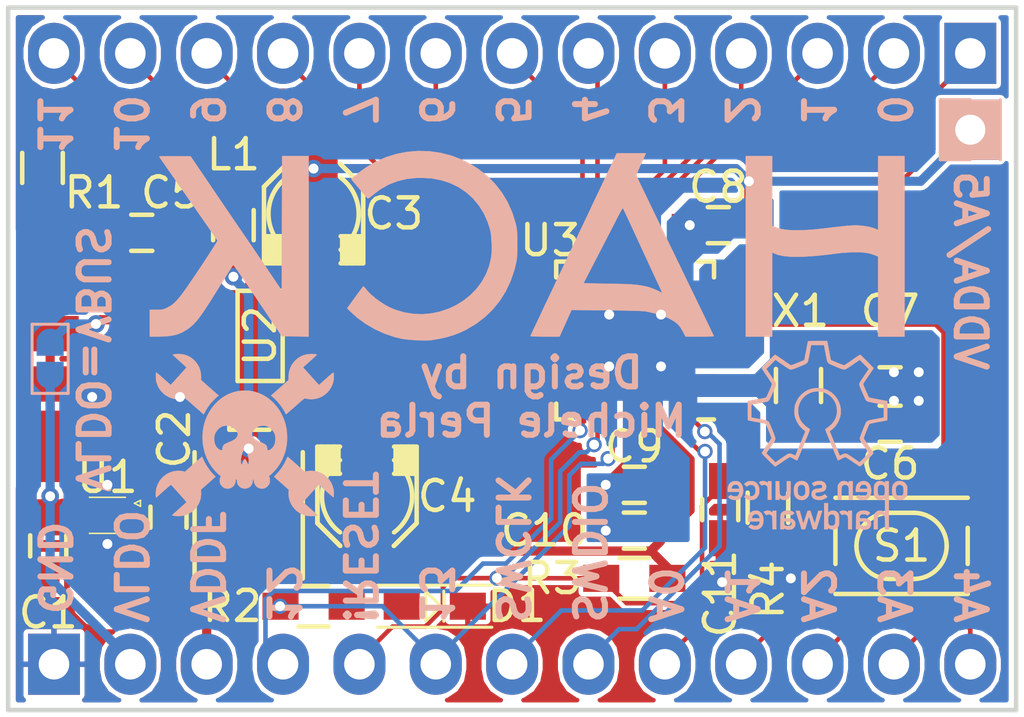
<source format=kicad_pcb>
(kicad_pcb (version 4) (host pcbnew "(2015-08-16 BZR 6097, Git b384c94)-product")
  (layers (0 F.Cu signal) (31 B.Cu signal) (34 B.Paste user hide) (35 F.Paste user) (36 B.SilkS user) (37 F.SilkS user) (38 B.Mask user) (39 F.Mask user) (44 Edge.Cuts user))
  (net 0 "")
  (net 1 GND)
  (net 2 XIN32)
  (net 3 XOUT32)
  (net 4 !RESET)
  (net 5 "Net-(P1-Pad4)")
  (net 6 "Net-(P1-Pad2)")
  (net 7 "Net-(P1-Pad3)")
  (net 8 "Net-(R4-Pad2)")
  (net 9 PA30/SWCLK)
  (net 10 PA31/SWDIO)
  (net 11 VDDF)
  (net 12 VDDANA)
  (net 13 VDD)
  (net 14 VDDCORE)
  (net 15 VBUS)
  (net 16 shield)
  (net 17 USB-D-)
  (net 18 USB-D+)
  (net 19 "Net-(U1-Pad4)")
  (net 20 "Net-(U1-Pad5)")
  (net 21 "Net-(D1-Pad1)")
  (net 22 VLDO)
  (net 23 "Net-(S1-Pad2)")
  (net 24 "Net-(S1-Pad4)")
  (net 25 PA02/A0)
  (net 26 PA03/A1)
  (net 27 PA04/A2)
  (net 28 PA05/A3)
  (net 29 PA06/A4)
  (net 30 PA07/A5)
  (net 31 PA28/13)
  (net 32 PA08/0)
  (net 33 PA09/1)
  (net 34 PA10/2)
  (net 35 PA11/3)
  (net 36 PA14/4)
  (net 37 PA15/5)
  (net 38 PA16/6)
  (net 39 PA17/7)
  (net 40 PA18/8)
  (net 41 PA19/9)
  (net 42 PA22/10)
  (net 43 PA23/11)
  (net 44 PA27/12)
  (module hack-footprints:c_elec_3x5.3 (layer F.Cu) (at 165.354 90.932)
    (fp_text reference C4 (at 2.667 0) (layer F.SilkS))
    (fp_text value 10u)
    (pad 1 smd rect (at 0 1.50114 270) (size 2.19964 1.6002) (layers F.Cu F.Paste F.Mask) (net 11 VDDF))
    (pad 2 smd rect (at 0 -1.50114 270) (size 2.19964 1.6002) (layers F.Cu F.Paste F.Mask) (net 1 GND))
  )
  (module c_elec_3x5.3 (layer F.Cu) (at 163.576 81.534 180)
    (fp_text reference C3 (at -2.667 0 360) (layer F.SilkS))
    (fp_text value 10u)
    (pad 1 smd rect (at 0 1.50114 90) (size 2.19964 1.6002) (layers F.Cu F.Paste F.Mask) (net 12 VDDANA))
    (pad 2 smd rect (at 0 -1.50114 90) (size 2.19964 1.6002) (layers F.Cu F.Paste F.Mask) (net 1 GND))
  )
  (module hack-footprints:TSOP-6 (layer F.Cu) (at 161.798 85.598 270)
    (fp_text reference U2 (at 0 0 270) (layer F.SilkS))
    (fp_text value STF202 hide)
    (pad 6 smd rect (at -0.95 -1.75 270) (size 0.6 1.25) (layers F.Cu F.Paste F.Mask) (net 1 GND))
    (pad 5 smd rect (at 0 -1.75 270) (size 0.6 1.25) (layers F.Cu F.Paste F.Mask) (net 17 USB-D-))
    (pad 4 smd rect (at 0.95 -1.75 270) (size 0.6 1.25) (layers F.Cu F.Paste F.Mask) (net 18 USB-D+))
    (pad 3 smd rect (at 0.95 1.75 270) (size 0.6 1.25) (layers F.Cu F.Paste F.Mask) (net 7 "Net-(P1-Pad3)"))
    (pad 2 smd rect (at 0 1.75 270) (size 0.6 1.25) (layers F.Cu F.Paste F.Mask) (net 6 "Net-(P1-Pad2)"))
    (pad 1 smd rect (at -0.95 1.75 270) (size 0.6 1.25) (layers F.Cu F.Paste F.Mask) (net 15 VBUS))
  )
  (module hack-footprints:L_0603_HandSoldering (layer F.Cu) (at 160.909 81.915 90)
    (fp_text reference L1 (at 2.3495 0 360) (layer F.SilkS))
    (fp_text value BLM18EG221)
    (pad 1 smd rect (at -1.1 0 90) (size 1.2 0.9) (layers F.Cu F.Paste F.Mask) (net 13 VDD))
    (pad 2 smd rect (at 1.1 0 90) (size 1.2 0.9) (layers F.Cu F.Paste F.Mask) (net 12 VDDANA))
  )
  (module FIDUCIAL (layer F.Cu) (at 182.753 78.867)
    (fp_text reference FID3 hide)
    (fp_text value FIDUCIAL)
    (pad 1 smd circle (at 0 0) (size 0.5 0.5) (layers F.Cu F.Mask) (clearance 1))
  )
  (module Resistors_SMD:R_0603_HandSoldering (layer F.Cu) (at 154.559 80.01 270)
    (fp_text reference R1 (at 0.8255 -1.7145 540) (layer F.SilkS))
    (fp_text value 1M)
    (pad 1 smd rect (at -1.1 0 270) (size 1.2 0.9) (layers F.Cu F.Paste F.Mask) (net 1 GND))
    (pad 2 smd rect (at 1.1 0 270) (size 1.2 0.9) (layers F.Cu F.Paste F.Mask) (net 16 shield))
  )
  (module QFN-32-1EP_5x5mm_Pitch0.5mm (layer F.Cu) (at 174.2705 85.7515 180)
    (fp_text reference U3 (at 2.8205 3.3285 180) (layer F.SilkS))
    (fp_text value ATSAMD21E)
    (pad 1 smd rect (at -2.4 -1.75 180) (size 0.7 0.25) (layers F.Cu F.Paste F.Mask) (net 2 XIN32))
    (pad 2 smd rect (at -2.4 -1.25 180) (size 0.7 0.25) (layers F.Cu F.Paste F.Mask) (net 3 XOUT32))
    (pad 3 smd rect (at -2.4 -0.75 180) (size 0.7 0.25) (layers F.Cu F.Paste F.Mask) (net 25 PA02/A0))
    (pad 4 smd rect (at -2.4 -0.25 180) (size 0.7 0.25) (layers F.Cu F.Paste F.Mask) (net 26 PA03/A1))
    (pad 5 smd rect (at -2.4 0.25 180) (size 0.7 0.25) (layers F.Cu F.Paste F.Mask) (net 27 PA04/A2))
    (pad 6 smd rect (at -2.4 0.75 180) (size 0.7 0.25) (layers F.Cu F.Paste F.Mask) (net 28 PA05/A3))
    (pad 7 smd rect (at -2.4 1.25 180) (size 0.7 0.25) (layers F.Cu F.Paste F.Mask) (net 29 PA06/A4))
    (pad 8 smd rect (at -2.4 1.75 180) (size 0.7 0.25) (layers F.Cu F.Paste F.Mask) (net 30 PA07/A5))
    (pad 9 smd rect (at -1.75 2.4 270) (size 0.7 0.25) (layers F.Cu F.Paste F.Mask) (net 12 VDDANA))
    (pad 10 smd rect (at -1.25 2.4 270) (size 0.7 0.25) (layers F.Cu F.Paste F.Mask) (net 1 GND))
    (pad 11 smd rect (at -0.75 2.4 270) (size 0.7 0.25) (layers F.Cu F.Paste F.Mask) (net 32 PA08/0))
    (pad 12 smd rect (at -0.25 2.4 270) (size 0.7 0.25) (layers F.Cu F.Paste F.Mask) (net 33 PA09/1))
    (pad 13 smd rect (at 0.25 2.4 270) (size 0.7 0.25) (layers F.Cu F.Paste F.Mask) (net 34 PA10/2))
    (pad 14 smd rect (at 0.75 2.4 270) (size 0.7 0.25) (layers F.Cu F.Paste F.Mask) (net 35 PA11/3))
    (pad 15 smd rect (at 1.25 2.4 270) (size 0.7 0.25) (layers F.Cu F.Paste F.Mask) (net 36 PA14/4))
    (pad 16 smd rect (at 1.75 2.4 270) (size 0.7 0.25) (layers F.Cu F.Paste F.Mask) (net 37 PA15/5))
    (pad 17 smd rect (at 2.4 1.75 180) (size 0.7 0.25) (layers F.Cu F.Paste F.Mask) (net 38 PA16/6))
    (pad 18 smd rect (at 2.4 1.25 180) (size 0.7 0.25) (layers F.Cu F.Paste F.Mask) (net 39 PA17/7))
    (pad 19 smd rect (at 2.4 0.75 180) (size 0.7 0.25) (layers F.Cu F.Paste F.Mask) (net 40 PA18/8))
    (pad 20 smd rect (at 2.4 0.25 180) (size 0.7 0.25) (layers F.Cu F.Paste F.Mask) (net 41 PA19/9))
    (pad 21 smd rect (at 2.4 -0.25 180) (size 0.7 0.25) (layers F.Cu F.Paste F.Mask) (net 42 PA22/10))
    (pad 22 smd rect (at 2.4 -0.75 180) (size 0.7 0.25) (layers F.Cu F.Paste F.Mask) (net 43 PA23/11))
    (pad 23 smd rect (at 2.4 -1.25 180) (size 0.7 0.25) (layers F.Cu F.Paste F.Mask) (net 17 USB-D-))
    (pad 24 smd rect (at 2.4 -1.75 180) (size 0.7 0.25) (layers F.Cu F.Paste F.Mask) (net 18 USB-D+))
    (pad 25 smd rect (at 1.75 -2.4 270) (size 0.7 0.25) (layers F.Cu F.Paste F.Mask) (net 44 PA27/12))
    (pad 26 smd rect (at 1.25 -2.4 270) (size 0.7 0.25) (layers F.Cu F.Paste F.Mask) (net 4 !RESET))
    (pad 27 smd rect (at 0.75 -2.4 270) (size 0.7 0.25) (layers F.Cu F.Paste F.Mask) (net 31 PA28/13))
    (pad 28 smd rect (at 0.25 -2.4 270) (size 0.7 0.25) (layers F.Cu F.Paste F.Mask) (net 1 GND))
    (pad 29 smd rect (at -0.25 -2.4 270) (size 0.7 0.25) (layers F.Cu F.Paste F.Mask) (net 14 VDDCORE))
    (pad 30 smd rect (at -0.75 -2.4 270) (size 0.7 0.25) (layers F.Cu F.Paste F.Mask) (net 11 VDDF))
    (pad 31 smd rect (at -1.25 -2.4 270) (size 0.7 0.25) (layers F.Cu F.Paste F.Mask) (net 9 PA30/SWCLK))
    (pad 32 smd rect (at -1.75 -2.4 270) (size 0.7 0.25) (layers F.Cu F.Paste F.Mask) (net 10 PA31/SWDIO))
    (pad 33 smd rect (at 0.8625 0.8625 180) (size 1.725 1.725) (layers F.Cu F.Paste F.Mask) (net 1 GND))
    (pad 33 smd rect (at 0.8625 -0.8625 180) (size 1.725 1.725) (layers F.Cu F.Paste F.Mask) (net 1 GND))
    (pad 33 smd rect (at -0.8625 0.8625 180) (size 1.725 1.725) (layers F.Cu F.Paste F.Mask) (net 1 GND))
    (pad 33 smd rect (at -0.8625 -0.8625 180) (size 1.725 1.725) (layers F.Cu F.Paste F.Mask) (net 1 GND))
  )
  (module Capacitors_SMD:C_0603_HandSoldering (layer F.Cu) (at 174.244 90.551 180)
    (fp_text reference C9 (at 0 1.27 180) (layer F.SilkS))
    (fp_text value 100n)
    (pad 1 smd rect (at -0.95 0 180) (size 1.2 0.75) (layers F.Cu F.Paste F.Mask) (net 14 VDDCORE))
    (pad 2 smd rect (at 0.95 0 180) (size 1.2 0.75) (layers F.Cu F.Paste F.Mask) (net 1 GND))
  )
  (module ELLVFG (layer F.Cu) (at 161.417 91.567 270)
    (fp_text reference L2 (at -3.302 0 360) (layer F.SilkS))
    (fp_text value 10u hide)
    (pad 1 smd trapezoid (at -1.2 0 270) (size 1.8 3.2) (layers F.Cu F.Paste F.Mask) (net 13 VDD))
    (pad 2 smd trapezoid (at 1.2 0 270) (size 1.8 3.2) (layers F.Cu F.Paste F.Mask) (net 11 VDDF))
  )
  (module 47346-0001 (layer F.Cu) (at 154.813 86.36)
    (fp_text reference P1 hide)
    (fp_text value USB_micro hide)
    (pad 5 smd rect (at 2.91 1.3) (size 1.88 0.45) (layers F.Cu F.Paste F.Mask) (net 1 GND))
    (pad 4 smd rect (at 2.91 0.65) (size 1.88 0.45) (layers F.Cu F.Paste F.Mask) (net 5 "Net-(P1-Pad4)"))
    (pad 1 smd rect (at 2.91 -1.3) (size 1.88 0.45) (layers F.Cu F.Paste F.Mask) (net 15 VBUS))
    (pad 2 smd rect (at 2.91 -0.65) (size 1.88 0.45) (layers F.Cu F.Paste F.Mask) (net 6 "Net-(P1-Pad2)"))
    (pad 3 smd rect (at 2.91 0) (size 1.88 0.45) (layers F.Cu F.Paste F.Mask) (net 7 "Net-(P1-Pad3)"))
    (pad 6 smd rect (at 2.3 2.4625) (size 2.1 1.475) (layers F.Cu F.Paste F.Mask) (net 16 shield))
    (pad 6 smd rect (at 2.3 -2.4625) (size 2.1 1.475) (layers F.Cu F.Paste F.Mask) (net 16 shield))
    (pad 6 smd rect (at 0 2.9125) (size 1.9 2.375) (layers F.Cu F.Paste F.Mask) (net 16 shield))
    (pad 6 smd rect (at 0 -2.9125) (size 1.9 2.375) (layers F.Cu F.Paste F.Mask) (net 16 shield))
    (pad 6 smd rect (at 0 -0.8375) (size 1.9 1.175) (layers F.Cu F.Paste F.Mask) (net 16 shield))
    (pad 6 smd rect (at 0 0.8375) (size 1.9 1.175) (layers F.Cu F.Paste F.Mask) (net 16 shield))
  )
  (module Capacitors_SMD:C_0603_HandSoldering (layer F.Cu) (at 157.861 82.169 180)
    (fp_text reference C5 (at -0.9525 1.3335 180) (layer F.SilkS))
    (fp_text value 4.5n)
    (pad 1 smd rect (at -0.95 0 180) (size 1.2 0.75) (layers F.Cu F.Paste F.Mask) (net 1 GND))
    (pad 2 smd rect (at 0.95 0 180) (size 1.2 0.75) (layers F.Cu F.Paste F.Mask) (net 16 shield))
  )
  (module Capacitors_SMD:C_0603_HandSoldering (layer F.Cu) (at 182.753 88.519)
    (fp_text reference C6 (at 0 1.3335) (layer F.SilkS))
    (fp_text value 10p)
    (pad 1 smd rect (at -0.95 0) (size 1.2 0.75) (layers F.Cu F.Paste F.Mask) (net 2 XIN32))
    (pad 2 smd rect (at 0.95 0) (size 1.2 0.75) (layers F.Cu F.Paste F.Mask) (net 1 GND))
  )
  (module Capacitors_SMD:C_0603_HandSoldering (layer F.Cu) (at 182.753 86.0425)
    (fp_text reference C7 (at 0 -1.27) (layer F.SilkS))
    (fp_text value 10p)
    (pad 1 smd rect (at -0.95 0) (size 1.2 0.75) (layers F.Cu F.Paste F.Mask) (net 3 XOUT32))
    (pad 2 smd rect (at 0.95 0) (size 1.2 0.75) (layers F.Cu F.Paste F.Mask) (net 1 GND))
  )
  (module Capacitors_SMD:C_0603_HandSoldering (layer F.Cu) (at 177.038 81.915 180)
    (fp_text reference C8 (at 0 1.27 180) (layer F.SilkS))
    (fp_text value 100n)
    (pad 1 smd rect (at -0.95 0 180) (size 1.2 0.75) (layers F.Cu F.Paste F.Mask) (net 12 VDDANA))
    (pad 2 smd rect (at 0.95 0 180) (size 1.2 0.75) (layers F.Cu F.Paste F.Mask) (net 1 GND))
  )
  (module Capacitors_SMD:C_0603_HandSoldering (layer F.Cu) (at 174.244 92.075 180)
    (fp_text reference C10 (at 2.9845 0 360) (layer F.SilkS))
    (fp_text value 100n)
    (pad 1 smd rect (at -0.95 0 180) (size 1.2 0.75) (layers F.Cu F.Paste F.Mask) (net 11 VDDF))
    (pad 2 smd rect (at 0.95 0 180) (size 1.2 0.75) (layers F.Cu F.Paste F.Mask) (net 1 GND))
  )
  (module Capacitors_SMD:C_0603_HandSoldering (layer F.Cu) (at 177.1015 91.3765 270)
    (fp_text reference C11 (at 2.794 0 270) (layer F.SilkS))
    (fp_text value 100n)
    (pad 1 smd rect (at -0.95 0 270) (size 1.2 0.75) (layers F.Cu F.Paste F.Mask) (net 4 !RESET))
    (pad 2 smd rect (at 0.95 0 270) (size 1.2 0.75) (layers F.Cu F.Paste F.Mask) (net 1 GND))
  )
  (module Resistors_SMD:R_0603_HandSoldering (layer F.Cu) (at 163.576 94.5896)
    (fp_text reference R2 (at -2.71 0) (layer F.SilkS))
    (fp_text value 68)
    (pad 1 smd rect (at -1.1 0) (size 1.2 0.9) (layers F.Cu F.Paste F.Mask) (net 31 PA28/13))
    (pad 2 smd rect (at 1.1 0) (size 1.2 0.9) (layers F.Cu F.Paste F.Mask) (net 21 "Net-(D1-Pad1)"))
  )
  (module Resistors_SMD:R_0603_HandSoldering (layer F.Cu) (at 174.244 93.6625)
    (fp_text reference R3 (at -2.7305 0 180) (layer F.SilkS))
    (fp_text value 10K)
    (pad 1 smd rect (at -1.1 0) (size 1.2 0.9) (layers F.Cu F.Paste F.Mask) (net 4 !RESET))
    (pad 2 smd rect (at 1.1 0) (size 1.2 0.9) (layers F.Cu F.Paste F.Mask) (net 11 VDDF))
  )
  (module Resistors_SMD:R_0603_HandSoldering (layer F.Cu) (at 178.689 91.313 270)
    (fp_text reference R4 (at 2.7305 0 450) (layer F.SilkS))
    (fp_text value 330)
    (pad 1 smd rect (at -1.1 0 270) (size 1.2 0.9) (layers F.Cu F.Paste F.Mask) (net 4 !RESET))
    (pad 2 smd rect (at 1.1 0 270) (size 1.2 0.9) (layers F.Cu F.Paste F.Mask) (net 8 "Net-(R4-Pad2)"))
  )
  (module Capacitors_SMD:C_0603_HandSoldering (layer F.Cu) (at 158.75 91.628 270)
    (fp_text reference C2 (at -2.601 -0.1905 270) (layer F.SilkS))
    (fp_text value 2.2u)
    (pad 1 smd rect (at -0.95 0 270) (size 1.2 0.75) (layers F.Cu F.Paste F.Mask) (net 13 VDD))
    (pad 2 smd rect (at 0.95 0 270) (size 1.2 0.75) (layers F.Cu F.Paste F.Mask) (net 1 GND))
  )
  (module Capacitors_SMD:C_0603_HandSoldering (layer F.Cu) (at 154.7495 92.583 270)
    (fp_text reference C1 (at 2.2225 0 360) (layer F.SilkS))
    (fp_text value 2.2u)
    (pad 1 smd rect (at -0.95 0 270) (size 1.2 0.75) (layers F.Cu F.Paste F.Mask) (net 22 VLDO))
    (pad 2 smd rect (at 0.95 0 270) (size 1.2 0.75) (layers F.Cu F.Paste F.Mask) (net 1 GND))
  )
  (module hack-footprints:LED_0603_HandSoldering (layer F.Cu) (at 167.6068 94.5896)
    (fp_text reference D1 (at 2.7305 0) (layer F.SilkS))
    (fp_text value BLUE)
    (pad 1 smd rect (at -1.1 0) (size 1.2 0.9) (layers F.Cu F.Paste F.Mask) (net 21 "Net-(D1-Pad1)"))
    (pad 2 smd rect (at 1.1 0) (size 1.2 0.9) (layers F.Cu F.Paste F.Mask) (net 1 GND))
  )
  (module Pin_Headers:Pin_Header_Straight_1x01 (layer B.Cu) (at 185.42 78.74 270)
    (fp_text reference P4 hide)
    (fp_text value CONN_01X01)
    (pad 1 thru_hole rect (at 0 0 270) (size 2 2) (drill 1) (layers *.Cu *.Mask B.SilkS) (net 12 VDDANA))
  )
  (module hack-footprints:DFN-6-1EP_1.2x1.2mm_Pitch0.4mm (layer F.Cu) (at 156.718 91.567 90)
    (fp_text reference U1 (at 1.27 0 360) (layer F.SilkS))
    (fp_text value MIC5528)
    (pad 3 smd rect (at -0.4 0.525 180) (size 0.35 0.18) (layers F.Cu F.Paste F.Mask) (net 1 GND) (clearance 0.0762))
    (pad 2 smd rect (at 0 0.525 180) (size 0.35 0.18) (layers F.Cu F.Paste F.Mask) (net 13 VDD) (clearance 0.0762))
    (pad 1 smd rect (at 0.4 0.525 180) (size 0.35 0.18) (layers F.Cu F.Paste F.Mask) (net 13 VDD) (clearance 0.0762))
    (pad 6 smd rect (at 0.4 -0.525 180) (size 0.35 0.18) (layers F.Cu F.Paste F.Mask) (net 22 VLDO) (clearance 0.0762))
    (pad 5 smd rect (at 0 -0.525 180) (size 0.35 0.18) (layers F.Cu F.Paste F.Mask) (net 20 "Net-(U1-Pad5)") (clearance 0.0762))
    (pad 4 smd rect (at -0.4 -0.525 180) (size 0.35 0.18) (layers F.Cu F.Paste F.Mask) (net 19 "Net-(U1-Pad4)") (clearance 0.0762))
    (pad 7 smd rect (at 0 0 180) (size 0.3 1.5) (layers F.Cu F.Paste F.Mask) (net 1 GND) (clearance 0.0762))
  )
  (module hack-footprints:FIDUCIAL (layer F.Cu) (at 156.718 94.107)
    (fp_text reference FID1 hide)
    (fp_text value FIDUCIAL)
    (pad 1 smd circle (at 0 0) (size 0.5 0.5) (layers F.Cu F.Paste F.Mask) (clearance 1))
  )
  (module hack-footprints:FIDUCIAL (layer F.Cu) (at 156.718 78.867)
    (fp_text reference FID2 hide)
    (fp_text value FIDUCIAL)
    (pad 1 smd circle (at 0 0) (size 0.5 0.5) (layers F.Cu F.Paste F.Mask) (clearance 1))
  )
  (module hack-footprints:OSHW-LOGO (layer B.Cu) (at 180.34 88.9 180)
    (fp_text reference LOGO1 hide)
    (fp_text value OSHW hide)
  )
  (module hack-footprints:HACKADAY-LOGO (layer B.Cu) (at 161.29 88.9 180)
    (fp_text reference LOGO2 hide)
    (fp_text value HACKADAY hide)
  )
  (module hack-footprints:xtal_3.2x1.5mm (layer F.Cu) (at 179.705 87.249 180)
    (fp_text reference X1 (at -0.0635 2.4765 180) (layer F.SilkS))
    (fp_text value ABS07)
    (pad 1 smd rect (at 0 -1.25 180) (size 1.9 1.1) (layers F.Cu F.Paste F.Mask) (net 2 XIN32) (clearance 0.0762))
    (pad 2 smd rect (at 0 1.25 180) (size 1.9 1.1) (layers F.Cu F.Paste F.Mask) (net 3 XOUT32) (clearance 0.0762))
  )
  (module hack-footprints:HACK-LOGO (layer B.Cu) (at 170.815 82.55 180)
    (fp_text reference LOGO3 hide)
    (fp_text value HACK hide)
  )
  (module hack-footprints:SPST-PTS_810 (layer F.Cu) (at 183.134 92.583 90)
    (fp_text reference S1 (at 0 0 180) (layer F.SilkS))
    (fp_text value SPST-M)
    (pad 1 smd rect (at -1.075 -2.6 180) (size 1.05 0.65) (layers F.Cu F.Paste F.Mask) (net 1 GND) (clearance 0.0762))
    (pad 2 smd rect (at -1.075 2.6 180) (size 1.05 0.65) (layers F.Cu F.Paste F.Mask) (net 23 "Net-(S1-Pad2)") (clearance 0.0762))
    (pad 4 smd rect (at 1.075 2.6 180) (size 1.05 0.65) (layers F.Cu F.Paste F.Mask) (net 24 "Net-(S1-Pad4)") (clearance 0.0762))
    (pad 3 smd rect (at 1.075 -2.6 180) (size 1.05 0.65) (layers F.Cu F.Paste F.Mask) (net 8 "Net-(R4-Pad2)") (clearance 0.0762))
  )
  (module hack-footprints:Pin_Header_Straight_1x13 (layer B.Cu) (at 185.42 76.2 90)
    (fp_text reference P3 hide)
    (fp_text value CONN_01X13)
    (pad 1 thru_hole rect (at 0 0 90) (size 2.032 1.7272) (drill 1.016) (layers *.Cu *.Mask) (net 30 PA07/A5))
    (pad 2 thru_hole oval (at 0 -2.54 90) (size 2.032 1.7272) (drill 1.016) (layers *.Cu *.Mask) (net 32 PA08/0))
    (pad 3 thru_hole oval (at 0 -5.08 90) (size 2.032 1.7272) (drill 1.016) (layers *.Cu *.Mask) (net 33 PA09/1))
    (pad 4 thru_hole oval (at 0 -7.62 90) (size 2.032 1.7272) (drill 1.016) (layers *.Cu *.Mask) (net 34 PA10/2))
    (pad 5 thru_hole oval (at 0 -10.16 90) (size 2.032 1.7272) (drill 1.016) (layers *.Cu *.Mask) (net 35 PA11/3))
    (pad 6 thru_hole oval (at 0 -12.7 90) (size 2.032 1.7272) (drill 1.016) (layers *.Cu *.Mask) (net 36 PA14/4))
    (pad 7 thru_hole oval (at 0 -15.24 90) (size 2.032 1.7272) (drill 1.016) (layers *.Cu *.Mask) (net 37 PA15/5))
    (pad 8 thru_hole oval (at 0 -17.78 90) (size 2.032 1.7272) (drill 1.016) (layers *.Cu *.Mask) (net 38 PA16/6))
    (pad 9 thru_hole oval (at 0 -20.32 90) (size 2.032 1.7272) (drill 1.016) (layers *.Cu *.Mask) (net 39 PA17/7))
    (pad 10 thru_hole oval (at 0 -22.86 90) (size 2.032 1.7272) (drill 1.016) (layers *.Cu *.Mask) (net 40 PA18/8))
    (pad 11 thru_hole oval (at 0 -25.4 90) (size 2.032 1.7272) (drill 1.016) (layers *.Cu *.Mask) (net 41 PA19/9))
    (pad 12 thru_hole oval (at 0 -27.94 90) (size 2.032 1.7272) (drill 1.016) (layers *.Cu *.Mask) (net 42 PA22/10))
    (pad 13 thru_hole oval (at 0 -30.48 90) (size 2.032 1.7272) (drill 1.016) (layers *.Cu *.Mask) (net 43 PA23/11))
  )
  (module hack-footprints:Pin_Header_Straight_1x13 (layer B.Cu) (at 154.94 96.52 270)
    (fp_text reference P2 hide)
    (fp_text value CONN_01X13)
    (pad 1 thru_hole rect (at 0 0 270) (size 2.032 1.7272) (drill 1.016) (layers *.Cu *.Mask) (net 1 GND))
    (pad 2 thru_hole oval (at 0 -2.54 270) (size 2.032 1.7272) (drill 1.016) (layers *.Cu *.Mask) (net 22 VLDO))
    (pad 3 thru_hole oval (at 0 -5.08 270) (size 2.032 1.7272) (drill 1.016) (layers *.Cu *.Mask) (net 11 VDDF))
    (pad 4 thru_hole oval (at 0 -7.62 270) (size 2.032 1.7272) (drill 1.016) (layers *.Cu *.Mask) (net 44 PA27/12))
    (pad 5 thru_hole oval (at 0 -10.16 270) (size 2.032 1.7272) (drill 1.016) (layers *.Cu *.Mask) (net 4 !RESET))
    (pad 6 thru_hole oval (at 0 -12.7 270) (size 2.032 1.7272) (drill 1.016) (layers *.Cu *.Mask) (net 31 PA28/13))
    (pad 7 thru_hole oval (at 0 -15.24 270) (size 2.032 1.7272) (drill 1.016) (layers *.Cu *.Mask) (net 9 PA30/SWCLK))
    (pad 8 thru_hole oval (at 0 -17.78 270) (size 2.032 1.7272) (drill 1.016) (layers *.Cu *.Mask) (net 10 PA31/SWDIO))
    (pad 9 thru_hole oval (at 0 -20.32 270) (size 2.032 1.7272) (drill 1.016) (layers *.Cu *.Mask) (net 25 PA02/A0))
    (pad 10 thru_hole oval (at 0 -22.86 270) (size 2.032 1.7272) (drill 1.016) (layers *.Cu *.Mask) (net 26 PA03/A1))
    (pad 11 thru_hole oval (at 0 -25.4 270) (size 2.032 1.7272) (drill 1.016) (layers *.Cu *.Mask) (net 27 PA04/A2))
    (pad 12 thru_hole oval (at 0 -27.94 270) (size 2.032 1.7272) (drill 1.016) (layers *.Cu *.Mask) (net 28 PA05/A3))
    (pad 13 thru_hole oval (at 0 -30.48 270) (size 2.032 1.7272) (drill 1.016) (layers *.Cu *.Mask) (net 29 PA06/A4))
  )
  (module hack-footprints:SMD_Jumper (layer B.Cu) (at 154.813 86.36 270)
    (fp_text reference JP1 hide)
    (fp_text value Jumper_NO_Small)
    (pad 2 smd circle (at 0.55 0 270) (size 0.9 0.9) (layers B.Cu B.Paste B.Mask) (net 22 VLDO))
    (pad 1 smd rect (at -0.3 0 270) (size 0.4 0.9) (layers B.Cu B.Paste B.Mask) (net 15 VBUS))
    (pad 2 smd rect (at 0.3 0 270) (size 0.4 0.9) (layers B.Cu B.Paste B.Mask) (net 22 VLDO))
    (pad 1 smd circle (at -0.55 0 270) (size 0.9 0.9) (layers B.Cu B.Paste B.Mask) (net 15 VBUS))
  )
  (gr_text VDDA/A5 (at 185.42 80.01 270) (layer B.SilkS) (effects (font (size 1 1) (thickness 0.2)) (justify right mirror)))
  (gr_text 0 (at 182.88 77.47 270) (layer B.SilkS) (effects (font (size 1 1) (thickness 0.2)) (justify right mirror)))
  (gr_text 1 (at 180.34 77.47 270) (layer B.SilkS) (effects (font (size 1 1) (thickness 0.2)) (justify right mirror)))
  (gr_text 2 (at 177.8 77.47 270) (layer B.SilkS) (effects (font (size 1 1) (thickness 0.2)) (justify right mirror)))
  (gr_text 3 (at 175.26 77.47 270) (layer B.SilkS) (effects (font (size 1 1) (thickness 0.2)) (justify right mirror)))
  (gr_text 4 (at 172.72 77.47 270) (layer B.SilkS) (effects (font (size 1 1) (thickness 0.2)) (justify right mirror)))
  (gr_text 5 (at 170.18 77.47 270) (layer B.SilkS) (effects (font (size 1 1) (thickness 0.2)) (justify right mirror)))
  (gr_text 6 (at 167.64 77.47 270) (layer B.SilkS) (effects (font (size 1 1) (thickness 0.2)) (justify right mirror)))
  (gr_text 7 (at 165.1 77.47 270) (layer B.SilkS) (effects (font (size 1 1) (thickness 0.2)) (justify right mirror)))
  (gr_text 8 (at 162.56 77.47 270) (layer B.SilkS) (effects (font (size 1 1) (thickness 0.2)) (justify right mirror)))
  (gr_text 9 (at 160.02 77.47 270) (layer B.SilkS) (effects (font (size 1 1) (thickness 0.2)) (justify right mirror)))
  (gr_text 10 (at 157.48 77.47 270) (layer B.SilkS) (effects (font (size 1 1) (thickness 0.2)) (justify right mirror)))
  (gr_text 11 (at 154.94 77.47 270) (layer B.SilkS) (effects (font (size 1 1) (thickness 0.2)) (justify right mirror)))
  (gr_text A4 (at 185.42 95.25 270) (layer B.SilkS) (effects (font (size 1 1) (thickness 0.2)) (justify left mirror)))
  (gr_text A3 (at 182.88 95.25 270) (layer B.SilkS) (effects (font (size 1 1) (thickness 0.2)) (justify left mirror)))
  (gr_text A2 (at 180.34 95.25 270) (layer B.SilkS) (effects (font (size 1 1) (thickness 0.2)) (justify left mirror)))
  (gr_text A1 (at 177.8 95.25 270) (layer B.SilkS) (effects (font (size 1 1) (thickness 0.2)) (justify left mirror)))
  (gr_text A0 (at 175.26 95.25 270) (layer B.SilkS) (effects (font (size 1 1) (thickness 0.2)) (justify left mirror)))
  (gr_text SWDIO (at 172.72 95.25 270) (layer B.SilkS) (effects (font (size 1 1) (thickness 0.2)) (justify left mirror)))
  (gr_text SWCLK (at 170.18 95.25 270) (layer B.SilkS) (effects (font (size 1 1) (thickness 0.2)) (justify left mirror)))
  (gr_text 13 (at 167.64 95.25 270) (layer B.SilkS) (effects (font (size 1 1) (thickness 0.2)) (justify left mirror)))
  (gr_text !RESET (at 165.1 95.25 270) (layer B.SilkS) (effects (font (size 1 1) (thickness 0.2)) (justify left mirror)))
  (gr_text 12 (at 162.56 95.25 270) (layer B.SilkS) (effects (font (size 1 1) (thickness 0.2)) (justify left mirror)))
  (gr_text VDDF (at 160.02 95.25 270) (layer B.SilkS) (effects (font (size 1 1) (thickness 0.2)) (justify left mirror)))
  (gr_text VLDO (at 157.48 95.25 270) (layer B.SilkS) (effects (font (size 1 1) (thickness 0.2)) (justify left mirror)))
  (gr_text GND (at 154.94 94.97 270) (layer B.SilkS) (effects (font (size 1 1) (thickness 0.2)) (justify left mirror)))
  (gr_text "Design by\nMichele Perla" (at 170.815 87.63) (layer B.SilkS) (effects (font (size 1 1) (thickness 0.2)) (justify mirror)))
  (gr_line (start 153.416 98.044) (end 153.416 74.676) (layer Edge.Cuts) (width 0.15))
  (gr_line (start 186.944 98.044) (end 153.416 98.044) (layer Edge.Cuts) (width 0.15))
  (gr_line (start 186.944 74.676) (end 186.944 98.044) (layer Edge.Cuts) (width 0.15))
  (gr_line (start 153.416 74.676) (end 186.944 74.676) (layer Edge.Cuts) (width 0.15))
  (gr_text VLDO=VBUS (at 156.21 86.36 270) (layer B.SilkS) (effects (font (size 1 1) (thickness 0.2)) (justify mirror)))
  (segment (start 180.534 93.658) (end 179.4555 93.658) (width 0.3048) (layer F.Cu) (net 1))
  (segment (start 179.4555 93.658) (end 179.451 93.6625) (width 0.3048) (layer F.Cu) (net 1))
  (via (at 179.451 93.6625) (size 0.5842) (drill 0.3302) (layers F.Cu B.Cu) (net 1))
  (segment (start 177.1015 92.3265) (end 177.1015 93.726) (width 0.3048) (layer F.Cu) (net 1))
  (segment (start 177.1015 93.726) (end 177.165 93.7895) (width 0.3048) (layer F.Cu) (net 1))
  (via (at 177.165 93.7895) (size 0.5842) (drill 0.3302) (layers F.Cu B.Cu) (net 1))
  (via (at 173.294 92.075) (size 0.5842) (drill 0.3302) (layers F.Cu B.Cu) (net 1))
  (via (at 173.294 90.551) (size 0.5842) (drill 0.3302) (layers F.Cu B.Cu) (net 1))
  (via (at 176.088 81.915) (size 0.5842) (drill 0.3302) (layers F.Cu B.Cu) (net 1))
  (segment (start 183.7055 87.757) (end 182.88 87.757) (width 0.3048) (layer F.Cu) (net 1))
  (via (at 182.88 87.757) (size 0.5842) (drill 0.3302) (layers F.Cu B.Cu) (net 1))
  (segment (start 183.7055 86.8045) (end 182.88 86.8045) (width 0.3048) (layer F.Cu) (net 1))
  (via (at 182.88 86.8045) (size 0.5842) (drill 0.3302) (layers F.Cu B.Cu) (net 1))
  (segment (start 183.7055 87.757) (end 183.7055 88.5165) (width 0.3048) (layer F.Cu) (net 1))
  (segment (start 183.7055 88.5165) (end 183.703 88.519) (width 0.3048) (layer F.Cu) (net 1))
  (segment (start 183.7055 86.8045) (end 183.7055 87.757) (width 0.3048) (layer B.Cu) (net 1))
  (via (at 183.7055 87.757) (size 0.5842) (drill 0.3302) (layers F.Cu B.Cu) (net 1))
  (segment (start 183.703 86.0425) (end 183.703 86.802) (width 0.3048) (layer F.Cu) (net 1))
  (segment (start 183.703 86.802) (end 183.7055 86.8045) (width 0.3048) (layer F.Cu) (net 1))
  (via (at 183.7055 86.8045) (size 0.5842) (drill 0.3302) (layers F.Cu B.Cu) (net 1))
  (segment (start 174.0205 89.8245) (end 173.294 90.551) (width 0.3048) (layer F.Cu) (net 1))
  (segment (start 173.294 90.551) (end 173.294 92.075) (width 0.3048) (layer F.Cu) (net 1))
  (segment (start 176.088 81.915) (end 175.5205 82.4825) (width 0.3048) (layer F.Cu) (net 1))
  (segment (start 175.5205 82.4825) (end 175.5205 83.3515) (width 0.3048) (layer F.Cu) (net 1))
  (segment (start 156.718 91.567) (end 156.718 90.551) (width 0.3048) (layer F.Cu) (net 1))
  (via (at 156.718 90.551) (size 0.5842) (drill 0.3302) (layers F.Cu B.Cu) (net 1))
  (segment (start 156.718 91.567) (end 156.718 92.5195) (width 0.3048) (layer F.Cu) (net 1))
  (via (at 156.718 92.5195) (size 0.5842) (drill 0.3302) (layers F.Cu B.Cu) (net 1))
  (segment (start 157.723 87.66) (end 159.101 87.66) (width 0.3048) (layer F.Cu) (net 1))
  (segment (start 159.101 87.66) (end 159.131 87.63) (width 0.3048) (layer F.Cu) (net 1))
  (via (at 159.131 87.63) (size 0.5842) (drill 0.3302) (layers F.Cu B.Cu) (net 1))
  (segment (start 157.723 87.66) (end 156.24 87.66) (width 0.3048) (layer F.Cu) (net 1))
  (segment (start 156.24 87.66) (end 156.21 87.63) (width 0.3048) (layer F.Cu) (net 1))
  (via (at 156.21 87.63) (size 0.5842) (drill 0.3302) (layers F.Cu B.Cu) (net 1))
  (via (at 175.133 86.614) (size 0.5842) (drill 0.3302) (layers F.Cu B.Cu) (net 1))
  (via (at 175.133 84.889) (size 0.5842) (drill 0.3302) (layers F.Cu B.Cu) (net 1))
  (via (at 173.408 84.889) (size 0.5842) (drill 0.3302) (layers F.Cu B.Cu) (net 1))
  (via (at 173.408 86.614) (size 0.5842) (drill 0.3302) (layers F.Cu B.Cu) (net 1))
  (segment (start 156.718 91.802) (end 156.718 91.332) (width 0.3048) (layer F.Cu) (net 1))
  (segment (start 156.718 91.8718) (end 156.718 91.332) (width 0.3048) (layer F.Cu) (net 1))
  (segment (start 157.243 91.967) (end 156.883 91.967) (width 0.3048) (layer F.Cu) (net 1))
  (segment (start 156.883 91.967) (end 156.718 91.802) (width 0.3048) (layer F.Cu) (net 1))
  (segment (start 174.0205 88.1515) (end 174.0205 89.8245) (width 0.3048) (layer F.Cu) (net 1))
  (segment (start 174.0205 88.1515) (end 174.0205 87.2265) (width 0.3048) (layer F.Cu) (net 1))
  (segment (start 175.5205 83.3515) (end 175.5205 84.5015) (width 0.3048) (layer F.Cu) (net 1))
  (segment (start 175.5205 84.5015) (end 175.133 84.889) (width 0.3048) (layer F.Cu) (net 1))
  (segment (start 179.705 88.499) (end 181.783 88.499) (width 0.1524) (layer F.Cu) (net 2))
  (segment (start 181.783 88.499) (end 181.803 88.519) (width 0.1524) (layer F.Cu) (net 2))
  (segment (start 179.705 88.499) (end 179.305 88.499) (width 0.1524) (layer F.Cu) (net 2))
  (segment (start 179.305 88.499) (end 178.3075 87.5015) (width 0.1524) (layer F.Cu) (net 2))
  (segment (start 178.3075 87.5015) (end 176.6705 87.5015) (width 0.1524) (layer F.Cu) (net 2))
  (segment (start 179.705 85.999) (end 181.7595 85.999) (width 0.1524) (layer F.Cu) (net 3))
  (segment (start 181.7595 85.999) (end 181.803 86.0425) (width 0.1524) (layer F.Cu) (net 3))
  (segment (start 179.705 85.999) (end 179.305 85.999) (width 0.1524) (layer F.Cu) (net 3))
  (segment (start 179.305 85.999) (end 178.3025 87.0015) (width 0.1524) (layer F.Cu) (net 3))
  (segment (start 178.3025 87.0015) (end 177.1729 87.0015) (width 0.1524) (layer F.Cu) (net 3))
  (segment (start 177.1729 87.0015) (end 176.6705 87.0015) (width 0.1524) (layer F.Cu) (net 3))
  (segment (start 169.671597 93.65349) (end 169.014123 93.655921) (width 0.1524) (layer F.Cu) (net 4))
  (segment (start 165.1 96.52) (end 165.1 96.3676) (width 0.1524) (layer F.Cu) (net 4))
  (segment (start 165.1 96.3676) (end 166.199399 95.268201) (width 0.1524) (layer F.Cu) (net 4))
  (segment (start 166.199399 95.268201) (end 167.289681 95.268201) (width 0.1524) (layer F.Cu) (net 4))
  (segment (start 167.289681 95.268201) (end 167.878199 94.679683) (width 0.1524) (layer F.Cu) (net 4))
  (segment (start 167.878199 94.679683) (end 167.878199 93.956719) (width 0.1524) (layer F.Cu) (net 4))
  (segment (start 167.878199 93.956719) (end 168.178997 93.655921) (width 0.1524) (layer F.Cu) (net 4))
  (segment (start 168.178997 93.655921) (end 169.014123 93.655921) (width 0.1524) (layer F.Cu) (net 4))
  (segment (start 173.1645 93.6625) (end 169.671597 93.65349) (width 0.1524) (layer F.Cu) (net 4))
  (segment (start 169.920017 93.656517) (end 169.91699 93.65349) (width 0.1524) (layer B.Cu) (net 4))
  (segment (start 169.91699 93.65349) (end 169.671597 93.65349) (width 0.1524) (layer B.Cu) (net 4))
  (via (at 169.671597 93.65349) (size 0.508) (drill 0.3302) (layers F.Cu B.Cu) (net 4))
  (segment (start 171.78019 91.796344) (end 169.920017 93.656517) (width 0.1524) (layer B.Cu) (net 4))
  (segment (start 172.906888 89.213888) (end 172.652889 89.467887) (width 0.1524) (layer B.Cu) (net 4))
  (segment (start 172.652889 89.467887) (end 172.419547 89.467887) (width 0.1524) (layer B.Cu) (net 4))
  (segment (start 172.419547 89.467887) (end 171.78019 90.107244) (width 0.1524) (layer B.Cu) (net 4))
  (segment (start 171.78019 90.107244) (end 171.78019 91.796344) (width 0.1524) (layer B.Cu) (net 4))
  (segment (start 173.0205 88.1515) (end 173.0205 89.100276) (width 0.1524) (layer F.Cu) (net 4))
  (segment (start 173.0205 89.100276) (end 172.906888 89.213888) (width 0.1524) (layer F.Cu) (net 4))
  (via (at 172.906888 89.213888) (size 0.508) (drill 0.3302) (layers F.Cu B.Cu) (net 4))
  (segment (start 177.1015 90.4265) (end 178.4755 90.4265) (width 0.1524) (layer F.Cu) (net 4))
  (segment (start 178.4755 90.4265) (end 178.689 90.213) (width 0.1524) (layer F.Cu) (net 4))
  (segment (start 173.1645 93.6625) (end 173.99 94.488) (width 0.1524) (layer F.Cu) (net 4))
  (segment (start 173.99 94.488) (end 175.979982 94.488) (width 0.1524) (layer F.Cu) (net 4))
  (segment (start 175.979982 94.488) (end 176.497899 93.970083) (width 0.1524) (layer F.Cu) (net 4))
  (segment (start 176.497899 93.970083) (end 176.497899 91.255101) (width 0.1524) (layer F.Cu) (net 4))
  (segment (start 176.497899 91.255101) (end 177.1015 90.6515) (width 0.1524) (layer F.Cu) (net 4))
  (segment (start 177.1015 90.6515) (end 177.1015 90.4265) (width 0.1524) (layer F.Cu) (net 4))
  (segment (start 173.0205 88.1515) (end 172.979089 88.192911) (width 0.1524) (layer F.Cu) (net 4))
  (segment (start 157.723 85.71) (end 159.936 85.71) (width 0.1524) (layer F.Cu) (net 6))
  (segment (start 159.936 85.71) (end 160.048 85.598) (width 0.1524) (layer F.Cu) (net 6))
  (segment (start 157.723 86.36) (end 159.86 86.36) (width 0.1524) (layer F.Cu) (net 7))
  (segment (start 159.86 86.36) (end 160.048 86.548) (width 0.1524) (layer F.Cu) (net 7))
  (segment (start 180.534 91.508) (end 179.444 91.508) (width 0.1524) (layer F.Cu) (net 8))
  (segment (start 179.444 91.508) (end 178.689 92.263) (width 0.1524) (layer F.Cu) (net 8))
  (segment (start 178.689 92.263) (end 178.689 92.413) (width 0.1524) (layer F.Cu) (net 8))
  (segment (start 176.596978 89.441291) (end 176.596978 92.643022) (width 0.1524) (layer B.Cu) (net 9))
  (segment (start 176.596978 92.643022) (end 174.51069 94.72931) (width 0.1524) (layer B.Cu) (net 9))
  (segment (start 174.51069 94.72931) (end 171.81829 94.72931) (width 0.1524) (layer B.Cu) (net 9))
  (segment (start 171.81829 94.72931) (end 170.18 96.3676) (width 0.1524) (layer B.Cu) (net 9))
  (segment (start 170.18 96.3676) (end 170.18 96.52) (width 0.1524) (layer B.Cu) (net 9))
  (segment (start 175.5205 88.1515) (end 175.5205 88.537982) (width 0.1524) (layer F.Cu) (net 9))
  (segment (start 175.5205 88.537982) (end 176.423809 89.441291) (width 0.1524) (layer F.Cu) (net 9))
  (segment (start 176.423809 89.441291) (end 176.596978 89.441291) (width 0.1524) (layer F.Cu) (net 9))
  (via (at 176.596978 89.441291) (size 0.508) (drill 0.3302) (layers F.Cu B.Cu) (net 9))
  (segment (start 172.72 96.52) (end 172.72 96.3676) (width 0.1524) (layer B.Cu) (net 10))
  (segment (start 172.72 96.3676) (end 173.736 95.3516) (width 0.1524) (layer B.Cu) (net 10))
  (segment (start 173.736 95.3516) (end 174.319466 95.3516) (width 0.1524) (layer B.Cu) (net 10))
  (segment (start 174.319466 95.3516) (end 177.079579 92.591487) (width 0.1524) (layer B.Cu) (net 10))
  (segment (start 177.079579 89.195579) (end 176.664938 88.780938) (width 0.1524) (layer B.Cu) (net 10))
  (segment (start 177.079579 92.591487) (end 177.079579 89.195579) (width 0.1524) (layer B.Cu) (net 10))
  (segment (start 176.664938 88.780938) (end 176.588984 88.780938) (width 0.1524) (layer B.Cu) (net 10))
  (segment (start 176.0205 88.1515) (end 176.0205 88.212454) (width 0.1524) (layer F.Cu) (net 10))
  (segment (start 176.0205 88.212454) (end 176.588984 88.780938) (width 0.1524) (layer F.Cu) (net 10))
  (via (at 176.588984 88.780938) (size 0.508) (drill 0.3302) (layers F.Cu B.Cu) (net 10))
  (segment (start 176.0205 88.1515) (end 176.0205 88.3765) (width 0.1524) (layer F.Cu) (net 10))
  (segment (start 174.788479 92.754801) (end 174.796801 92.754801) (width 0.3048) (layer F.Cu) (net 11))
  (segment (start 174.796801 92.754801) (end 175.344 93.302) (width 0.3048) (layer F.Cu) (net 11))
  (segment (start 175.344 93.302) (end 175.344 93.6625) (width 0.3048) (layer F.Cu) (net 11))
  (segment (start 174.788479 92.754801) (end 166.780561 92.754801) (width 0.3048) (layer F.Cu) (net 11))
  (segment (start 175.11014 92.43314) (end 174.788479 92.754801) (width 0.3048) (layer F.Cu) (net 11))
  (segment (start 176.0988 91.3952) (end 175.419 92.075) (width 0.3048) (layer F.Cu) (net 11))
  (segment (start 175.11014 92.43314) (end 175.11014 92.15886) (width 0.3048) (layer F.Cu) (net 11))
  (segment (start 176.098801 89.709801) (end 176.098801 91.2036) (width 0.3048) (layer F.Cu) (net 11))
  (segment (start 175.0205 88.6315) (end 176.098801 89.709801) (width 0.3048) (layer F.Cu) (net 11))
  (segment (start 176.098801 91.2036) (end 176.0988 91.3952) (width 0.3048) (layer F.Cu) (net 11))
  (segment (start 175.344 92.225) (end 175.194 92.075) (width 0.3048) (layer F.Cu) (net 11))
  (segment (start 175.11014 92.15886) (end 175.194 92.075) (width 0.3048) (layer F.Cu) (net 11))
  (segment (start 175.419 92.075) (end 175.194 92.075) (width 0.3048) (layer F.Cu) (net 11))
  (segment (start 175.0205 88.1515) (end 175.0205 88.6315) (width 0.3048) (layer F.Cu) (net 11))
  (segment (start 166.4589 92.43314) (end 165.354 92.43314) (width 0.3048) (layer F.Cu) (net 11))
  (segment (start 166.780561 92.754801) (end 166.4589 92.43314) (width 0.3048) (layer F.Cu) (net 11))
  (segment (start 161.417 92.767) (end 165.02014 92.767) (width 0.3048) (layer F.Cu) (net 11))
  (segment (start 160.02 96.52) (end 160.02 94.164) (width 0.3048) (layer F.Cu) (net 11))
  (segment (start 160.02 94.164) (end 161.417 92.767) (width 0.3048) (layer F.Cu) (net 11))
  (segment (start 165.02014 92.767) (end 165.354 92.43314) (width 0.3048) (layer F.Cu) (net 11))
  (segment (start 178.054 80.4545) (end 183.769 80.4545) (width 0.3048) (layer B.Cu) (net 12))
  (segment (start 183.769 80.4545) (end 185.42 78.8035) (width 0.3048) (layer B.Cu) (net 12))
  (segment (start 185.42 78.8035) (end 185.42 78.74) (width 0.3048) (layer B.Cu) (net 12))
  (segment (start 178.054 80.4545) (end 178.054 81.849) (width 0.3048) (layer F.Cu) (net 12))
  (segment (start 178.054 81.849) (end 177.988 81.915) (width 0.3048) (layer F.Cu) (net 12))
  (segment (start 177.63236 80.03286) (end 178.054 80.4545) (width 0.3048) (layer B.Cu) (net 12))
  (via (at 178.054 80.4545) (size 0.5842) (drill 0.3302) (layers F.Cu B.Cu) (net 12))
  (segment (start 163.576 80.03286) (end 177.63236 80.03286) (width 0.3048) (layer B.Cu) (net 12))
  (via (at 163.576 80.03286) (size 0.5842) (drill 0.3302) (layers F.Cu B.Cu) (net 12))
  (segment (start 160.909 80.815) (end 162.79386 80.815) (width 0.3048) (layer F.Cu) (net 12))
  (segment (start 162.79386 80.815) (end 163.576 80.03286) (width 0.3048) (layer F.Cu) (net 12))
  (segment (start 176.47 82.677) (end 177.001 82.677) (width 0.3048) (layer F.Cu) (net 12))
  (segment (start 177.001 82.677) (end 177.763 81.915) (width 0.3048) (layer F.Cu) (net 12))
  (segment (start 177.763 81.915) (end 177.988 81.915) (width 0.3048) (layer F.Cu) (net 12))
  (segment (start 176.0205 83.3515) (end 176.0205 83.1265) (width 0.3048) (layer F.Cu) (net 12))
  (segment (start 176.0205 83.1265) (end 176.47 82.677) (width 0.3048) (layer F.Cu) (net 12))
  (segment (start 160.909 83.6295) (end 160.909 83.015) (width 0.3048) (layer F.Cu) (net 13))
  (segment (start 161.417 84.201) (end 160.909 83.693) (width 0.3048) (layer B.Cu) (net 13))
  (segment (start 160.909 83.693) (end 160.909 83.6295) (width 0.3048) (layer B.Cu) (net 13))
  (via (at 160.909 83.6295) (size 0.5842) (drill 0.3302) (layers F.Cu B.Cu) (net 13))
  (segment (start 161.417 89.3445) (end 161.417 84.201) (width 0.3048) (layer B.Cu) (net 13))
  (segment (start 161.417 90.367) (end 161.417 89.3445) (width 0.3048) (layer F.Cu) (net 13))
  (via (at 161.417 89.3445) (size 0.5842) (drill 0.3302) (layers F.Cu B.Cu) (net 13))
  (segment (start 160.909 83.015) (end 160.909 83.373) (width 0.3048) (layer F.Cu) (net 13))
  (segment (start 158.75 90.678) (end 161.106 90.678) (width 0.3048) (layer F.Cu) (net 13))
  (segment (start 161.106 90.678) (end 161.417 90.367) (width 0.3048) (layer F.Cu) (net 13))
  (segment (start 157.243 91.167) (end 158.261 91.167) (width 0.3048) (layer F.Cu) (net 13))
  (segment (start 158.261 91.167) (end 158.75 90.678) (width 0.3048) (layer F.Cu) (net 13))
  (segment (start 157.243 91.167) (end 157.243 91.50979) (width 0.3048) (layer F.Cu) (net 13))
  (segment (start 174.5205 89.8775) (end 175.194 90.551) (width 0.3048) (layer F.Cu) (net 14))
  (segment (start 175.223 90.551) (end 175.448 90.551) (width 0.3048) (layer F.Cu) (net 14))
  (segment (start 174.5205 88.1515) (end 174.5205 89.8775) (width 0.3048) (layer F.Cu) (net 14))
  (segment (start 156.337 85.2012) (end 155.4218 85.2012) (width 0.3048) (layer B.Cu) (net 15))
  (segment (start 155.4218 85.2012) (end 154.813 85.81) (width 0.3048) (layer B.Cu) (net 15))
  (via (at 156.337 85.2012) (size 0.5842) (drill 0.3302) (layers F.Cu B.Cu) (net 15))
  (segment (start 157.723 85.06) (end 156.4782 85.06) (width 0.3048) (layer F.Cu) (net 15))
  (segment (start 156.4782 85.06) (end 156.337 85.2012) (width 0.3048) (layer F.Cu) (net 15))
  (segment (start 157.723 85.06) (end 158.9678 85.06) (width 0.3048) (layer F.Cu) (net 15))
  (segment (start 158.9678 85.06) (end 159.3798 84.648) (width 0.3048) (layer F.Cu) (net 15))
  (segment (start 159.3798 84.648) (end 160.048 84.648) (width 0.3048) (layer F.Cu) (net 15))
  (segment (start 154.559 81.11) (end 156.5318 81.11) (width 0.3048) (layer F.Cu) (net 16))
  (segment (start 156.5318 81.11) (end 156.911 81.4892) (width 0.3048) (layer F.Cu) (net 16))
  (segment (start 156.911 81.4892) (end 156.911 82.169) (width 0.3048) (layer F.Cu) (net 16))
  (segment (start 154.813 83.4475) (end 154.813 81.364) (width 0.3048) (layer F.Cu) (net 16))
  (segment (start 154.813 81.364) (end 154.559 81.11) (width 0.3048) (layer F.Cu) (net 16))
  (segment (start 157.113 83.8975) (end 155.263 83.8975) (width 0.3048) (layer F.Cu) (net 16))
  (segment (start 155.263 83.8975) (end 154.813 83.4475) (width 0.3048) (layer F.Cu) (net 16))
  (segment (start 154.813 85.5225) (end 154.813 83.4475) (width 0.3048) (layer F.Cu) (net 16))
  (segment (start 157.113 88.8225) (end 155.263 88.8225) (width 0.3048) (layer F.Cu) (net 16))
  (segment (start 155.263 88.8225) (end 154.813 89.2725) (width 0.3048) (layer F.Cu) (net 16))
  (segment (start 154.813 87.1975) (end 154.813 89.2725) (width 0.3048) (layer F.Cu) (net 16))
  (segment (start 154.813 85.5225) (end 154.813 87.1975) (width 0.3048) (layer F.Cu) (net 16))
  (segment (start 166.421168 85.8698) (end 167.599668 87.0483) (width 0.2032) (layer F.Cu) (net 17))
  (segment (start 167.599668 87.0483) (end 171.2987 87.0483) (width 0.2032) (layer F.Cu) (net 17))
  (segment (start 171.2987 87.0483) (end 171.3455 87.0015) (width 0.2032) (layer F.Cu) (net 17))
  (segment (start 171.3455 87.0015) (end 171.8705 87.0015) (width 0.2032) (layer F.Cu) (net 17))
  (segment (start 163.548 85.598) (end 164.4855 85.598) (width 0.2032) (layer F.Cu) (net 17))
  (segment (start 164.4855 85.598) (end 164.7573 85.8698) (width 0.2032) (layer F.Cu) (net 17))
  (segment (start 164.7573 85.8698) (end 166.421168 85.8698) (width 0.2032) (layer F.Cu) (net 17))
  (segment (start 166.252832 86.2762) (end 167.431332 87.4547) (width 0.2032) (layer F.Cu) (net 18))
  (segment (start 167.431332 87.4547) (end 171.2987 87.4547) (width 0.2032) (layer F.Cu) (net 18))
  (segment (start 171.2987 87.4547) (end 171.3455 87.5015) (width 0.2032) (layer F.Cu) (net 18))
  (segment (start 171.3455 87.5015) (end 171.8705 87.5015) (width 0.2032) (layer F.Cu) (net 18))
  (segment (start 163.548 86.548) (end 164.4855 86.548) (width 0.2032) (layer F.Cu) (net 18))
  (segment (start 164.4855 86.548) (end 164.7573 86.2762) (width 0.2032) (layer F.Cu) (net 18))
  (segment (start 164.7573 86.2762) (end 166.252832 86.2762) (width 0.2032) (layer F.Cu) (net 18))
  (segment (start 164.676 94.5896) (end 166.5068 94.5896) (width 0.1524) (layer F.Cu) (net 21))
  (segment (start 154.813 93.7006) (end 154.813 90.932) (width 0.3048) (layer B.Cu) (net 22))
  (segment (start 157.48 96.52) (end 157.48 96.3676) (width 0.3048) (layer B.Cu) (net 22))
  (segment (start 157.48 96.3676) (end 154.813 93.7006) (width 0.3048) (layer B.Cu) (net 22))
  (segment (start 154.7495 91.633) (end 155.2155 91.167) (width 0.3048) (layer F.Cu) (net 22))
  (segment (start 155.2155 91.167) (end 156.193 91.167) (width 0.3048) (layer F.Cu) (net 22))
  (segment (start 154.813 90.932) (end 154.813 91.5695) (width 0.3048) (layer F.Cu) (net 22))
  (segment (start 154.813 91.5695) (end 154.7495 91.633) (width 0.3048) (layer F.Cu) (net 22))
  (via (at 154.813 90.932) (size 0.5842) (drill 0.3302) (layers F.Cu B.Cu) (net 22))
  (segment (start 154.813 86.66) (end 154.813 90.932) (width 0.3048) (layer B.Cu) (net 22))
  (segment (start 175.26 96.52) (end 175.26 96.3676) (width 0.1524) (layer F.Cu) (net 25))
  (segment (start 175.26 96.3676) (end 176.98722 94.64038) (width 0.1524) (layer F.Cu) (net 25))
  (segment (start 176.98722 94.64038) (end 183.312554 94.64038) (width 0.1524) (layer F.Cu) (net 25))
  (segment (start 183.312554 94.64038) (end 183.761162 94.191772) (width 0.1524) (layer F.Cu) (net 25))
  (segment (start 178.572119 85.220399) (end 177.291018 86.5015) (width 0.1524) (layer F.Cu) (net 25))
  (segment (start 183.761162 94.191772) (end 183.761163 90.495091) (width 0.1524) (layer F.Cu) (net 25))
  (segment (start 183.761163 90.495091) (end 184.531601 89.724653) (width 0.1524) (layer F.Cu) (net 25))
  (segment (start 184.531601 89.724653) (end 184.531601 85.484619) (width 0.1524) (layer F.Cu) (net 25))
  (segment (start 184.531601 85.484619) (end 184.267381 85.220399) (width 0.1524) (layer F.Cu) (net 25))
  (segment (start 184.267381 85.220399) (end 178.572119 85.220399) (width 0.1524) (layer F.Cu) (net 25))
  (segment (start 177.291018 86.5015) (end 176.6705 86.5015) (width 0.1524) (layer F.Cu) (net 25))
  (segment (start 177.8 96.52) (end 177.8 96.3676) (width 0.1524) (layer F.Cu) (net 26))
  (segment (start 177.169452 86.0015) (end 176.6705 86.0015) (width 0.1524) (layer F.Cu) (net 26))
  (segment (start 177.8 96.3676) (end 179.22241 94.94519) (width 0.1524) (layer F.Cu) (net 26))
  (segment (start 184.393638 84.91559) (end 178.255363 84.915589) (width 0.1524) (layer F.Cu) (net 26))
  (segment (start 179.22241 94.94519) (end 183.43881 94.94519) (width 0.1524) (layer F.Cu) (net 26))
  (segment (start 183.43881 94.94519) (end 184.065971 94.318029) (width 0.1524) (layer F.Cu) (net 26))
  (segment (start 184.065971 94.318029) (end 184.065972 90.621348) (width 0.1524) (layer F.Cu) (net 26))
  (segment (start 184.065972 90.621348) (end 184.836411 89.850909) (width 0.1524) (layer F.Cu) (net 26))
  (segment (start 184.836411 89.850909) (end 184.836411 85.358363) (width 0.1524) (layer F.Cu) (net 26))
  (segment (start 184.836411 85.358363) (end 184.393638 84.91559) (width 0.1524) (layer F.Cu) (net 26))
  (segment (start 178.255363 84.915589) (end 177.169452 86.0015) (width 0.1524) (layer F.Cu) (net 26))
  (segment (start 184.370781 90.747605) (end 185.14122 89.977166) (width 0.1524) (layer F.Cu) (net 27))
  (segment (start 185.14122 89.977166) (end 185.14122 85.232106) (width 0.1524) (layer F.Cu) (net 27))
  (segment (start 184.37078 94.445754) (end 184.370781 90.747605) (width 0.1524) (layer F.Cu) (net 27))
  (segment (start 183.566534 95.25) (end 184.37078 94.445754) (width 0.1524) (layer F.Cu) (net 27))
  (segment (start 180.34 96.52) (end 180.34 96.3676) (width 0.1524) (layer F.Cu) (net 27))
  (segment (start 180.34 96.3676) (end 181.4576 95.25) (width 0.1524) (layer F.Cu) (net 27))
  (segment (start 181.4576 95.25) (end 183.566534 95.25) (width 0.1524) (layer F.Cu) (net 27))
  (segment (start 176.6705 85.5015) (end 177.1729 85.5015) (width 0.1524) (layer F.Cu) (net 27))
  (segment (start 177.1729 85.5015) (end 178.063619 84.610781) (width 0.1524) (layer F.Cu) (net 27))
  (segment (start 178.063619 84.610781) (end 184.519895 84.610781) (width 0.1524) (layer F.Cu) (net 27))
  (segment (start 184.519895 84.610781) (end 185.14122 85.232106) (width 0.1524) (layer F.Cu) (net 27))
  (segment (start 185.44603 90.103422) (end 185.44603 85.10585) (width 0.1524) (layer F.Cu) (net 28))
  (segment (start 184.675589 94.572011) (end 184.67559 90.873862) (width 0.1524) (layer F.Cu) (net 28))
  (segment (start 184.67559 90.873862) (end 185.44603 90.103422) (width 0.1524) (layer F.Cu) (net 28))
  (segment (start 182.88 96.52) (end 182.88 96.3676) (width 0.1524) (layer F.Cu) (net 28))
  (segment (start 182.88 96.3676) (end 184.675589 94.572011) (width 0.1524) (layer F.Cu) (net 28))
  (segment (start 176.6705 85.0015) (end 177.241834 85.0015) (width 0.1524) (layer F.Cu) (net 28))
  (segment (start 177.241834 85.0015) (end 177.937363 84.305971) (width 0.1524) (layer F.Cu) (net 28))
  (segment (start 177.937363 84.305971) (end 184.646152 84.305972) (width 0.1524) (layer F.Cu) (net 28))
  (segment (start 184.646152 84.305972) (end 185.44603 85.10585) (width 0.1524) (layer F.Cu) (net 28))
  (segment (start 185.75084 84.979594) (end 185.75084 90.229678) (width 0.1524) (layer F.Cu) (net 29))
  (segment (start 185.75084 90.229678) (end 184.980399 91.000119) (width 0.1524) (layer F.Cu) (net 29))
  (segment (start 184.980399 91.000119) (end 184.980399 94.911999) (width 0.1524) (layer F.Cu) (net 29))
  (segment (start 184.980399 94.911999) (end 185.42 95.3516) (width 0.1524) (layer F.Cu) (net 29))
  (segment (start 185.42 95.3516) (end 185.42 96.52) (width 0.1524) (layer F.Cu) (net 29))
  (segment (start 176.6705 84.5015) (end 177.310768 84.5015) (width 0.1524) (layer F.Cu) (net 29))
  (segment (start 177.310768 84.5015) (end 177.811105 84.001163) (width 0.1524) (layer F.Cu) (net 29))
  (segment (start 177.811105 84.001163) (end 184.772409 84.001163) (width 0.1524) (layer F.Cu) (net 29))
  (segment (start 184.772409 84.001163) (end 185.75084 84.979594) (width 0.1524) (layer F.Cu) (net 29))
  (segment (start 176.6705 84.0015) (end 177.1729 84.0015) (width 0.1524) (layer F.Cu) (net 30))
  (segment (start 177.1729 84.0015) (end 177.478047 83.696353) (width 0.1524) (layer F.Cu) (net 30))
  (segment (start 177.478047 83.696353) (end 179.886425 83.696353) (width 0.1524) (layer F.Cu) (net 30))
  (segment (start 179.886425 83.696353) (end 184.191399 79.391379) (width 0.1524) (layer F.Cu) (net 30))
  (segment (start 184.191399 77.581001) (end 185.42 76.3524) (width 0.1524) (layer F.Cu) (net 30))
  (segment (start 184.191399 79.391379) (end 184.191399 77.581001) (width 0.1524) (layer F.Cu) (net 30))
  (segment (start 185.42 76.3524) (end 185.42 76.2) (width 0.1524) (layer F.Cu) (net 30))
  (segment (start 162.4584 94.5896) (end 165.862 94.5896) (width 0.1524) (layer B.Cu) (net 31))
  (segment (start 165.862 94.5896) (end 167.64 96.3676) (width 0.1524) (layer B.Cu) (net 31))
  (segment (start 167.64 96.3676) (end 167.64 96.52) (width 0.1524) (layer B.Cu) (net 31))
  (segment (start 172.085 91.9226) (end 172.085 90.2335) (width 0.1524) (layer B.Cu) (net 31))
  (segment (start 167.64 96.3676) (end 172.085 91.9226) (width 0.1524) (layer B.Cu) (net 31))
  (via (at 162.4584 94.5896) (size 0.508) (drill 0.3302) (layers F.Cu B.Cu) (net 31))
  (segment (start 172.085 90.2335) (end 172.466 89.8525) (width 0.1524) (layer B.Cu) (net 31))
  (segment (start 172.466 89.8525) (end 173.202224 89.8525) (width 0.1524) (layer B.Cu) (net 31))
  (segment (start 173.202224 89.8525) (end 173.373862 89.680862) (width 0.1524) (layer B.Cu) (net 31))
  (via (at 173.373862 89.680862) (size 0.508) (drill 0.3302) (layers F.Cu B.Cu) (net 31))
  (segment (start 173.5205 89.534224) (end 173.373862 89.680862) (width 0.1524) (layer F.Cu) (net 31))
  (segment (start 173.5205 88.1515) (end 173.5205 89.534224) (width 0.1524) (layer F.Cu) (net 31))
  (segment (start 182.88 76.3524) (end 182.88 76.2) (width 0.1524) (layer F.Cu) (net 32))
  (segment (start 181.55919 77.67321) (end 182.88 76.3524) (width 0.1524) (layer F.Cu) (net 32))
  (segment (start 178.943308 77.67321) (end 181.55919 77.67321) (width 0.1524) (layer F.Cu) (net 32))
  (segment (start 175.0205 81.596018) (end 178.943308 77.67321) (width 0.1524) (layer F.Cu) (net 32))
  (segment (start 175.0205 83.3515) (end 175.0205 81.596018) (width 0.1524) (layer F.Cu) (net 32))
  (segment (start 179.324 77.3684) (end 180.34 76.3524) (width 0.1524) (layer F.Cu) (net 33))
  (segment (start 180.34 76.3524) (end 180.34 76.2) (width 0.1524) (layer F.Cu) (net 33))
  (segment (start 178.817052 77.3684) (end 179.324 77.3684) (width 0.1524) (layer F.Cu) (net 33))
  (segment (start 174.5205 81.664952) (end 178.817052 77.3684) (width 0.1524) (layer F.Cu) (net 33))
  (segment (start 174.5205 83.3515) (end 174.5205 81.664952) (width 0.1524) (layer F.Cu) (net 33))
  (segment (start 177.8 77.954386) (end 177.8 76.2) (width 0.1524) (layer F.Cu) (net 34))
  (segment (start 177.8 76.3524) (end 177.8 76.2) (width 0.1524) (layer F.Cu) (net 34))
  (segment (start 174.0205 81.733886) (end 177.8 77.954386) (width 0.1524) (layer F.Cu) (net 34))
  (segment (start 174.0205 83.3515) (end 174.0205 81.733886) (width 0.1524) (layer F.Cu) (net 34))
  (segment (start 175.26 80.06332) (end 175.26 76.2) (width 0.1524) (layer F.Cu) (net 35))
  (segment (start 175.26 76.3524) (end 175.26 76.2) (width 0.1524) (layer F.Cu) (net 35))
  (segment (start 173.5205 81.80282) (end 175.26 80.06332) (width 0.1524) (layer F.Cu) (net 35))
  (segment (start 173.5205 83.3515) (end 173.5205 81.80282) (width 0.1524) (layer F.Cu) (net 35))
  (segment (start 173.0205 83.3515) (end 173.0205 76.5005) (width 0.1524) (layer F.Cu) (net 36))
  (segment (start 173.0205 76.5005) (end 172.72 76.2) (width 0.1524) (layer F.Cu) (net 36))
  (segment (start 172.72 76.3524) (end 172.72 76.2) (width 0.1524) (layer F.Cu) (net 36))
  (segment (start 171.196 77.3684) (end 170.18 76.3524) (width 0.1524) (layer F.Cu) (net 37))
  (segment (start 170.18 76.3524) (end 170.18 76.2) (width 0.1524) (layer F.Cu) (net 37))
  (segment (start 171.3484 77.3684) (end 171.196 77.3684) (width 0.1524) (layer F.Cu) (net 37))
  (segment (start 172.5205 78.5405) (end 171.3484 77.3684) (width 0.1524) (layer F.Cu) (net 37))
  (segment (start 172.5205 83.3515) (end 172.5205 78.5405) (width 0.1524) (layer F.Cu) (net 37))
  (segment (start 167.64 77.3684) (end 167.64 76.2) (width 0.1524) (layer F.Cu) (net 38))
  (segment (start 167.64 76.3524) (end 167.64 76.2) (width 0.1524) (layer F.Cu) (net 38))
  (segment (start 167.64 79.996) (end 167.64 77.3684) (width 0.1524) (layer F.Cu) (net 38))
  (segment (start 171.8705 84.0015) (end 171.6455 84.0015) (width 0.1524) (layer F.Cu) (net 38))
  (segment (start 171.6455 84.0015) (end 167.64 79.996) (width 0.1524) (layer F.Cu) (net 38))
  (segment (start 165.1 77.3684) (end 165.1 76.2) (width 0.1524) (layer F.Cu) (net 39))
  (segment (start 165.1 76.3524) (end 165.1 76.2) (width 0.1524) (layer F.Cu) (net 39))
  (segment (start 165.1 78.117482) (end 165.1 77.3684) (width 0.1524) (layer F.Cu) (net 39))
  (segment (start 171.484018 84.5015) (end 165.1 78.117482) (width 0.1524) (layer F.Cu) (net 39))
  (segment (start 171.8705 84.5015) (end 171.484018 84.5015) (width 0.1524) (layer F.Cu) (net 39))
  (segment (start 163.576 77.3684) (end 162.56 76.3524) (width 0.1524) (layer F.Cu) (net 40))
  (segment (start 162.56 76.3524) (end 162.56 76.2) (width 0.1524) (layer F.Cu) (net 40))
  (segment (start 163.908008 77.3684) (end 163.576 77.3684) (width 0.1524) (layer F.Cu) (net 40))
  (segment (start 171.8705 85.0015) (end 171.541108 85.0015) (width 0.1524) (layer F.Cu) (net 40))
  (segment (start 171.541108 85.0015) (end 163.908008 77.3684) (width 0.1524) (layer F.Cu) (net 40))
  (segment (start 161.11221 77.44461) (end 160.02 76.3524) (width 0.1524) (layer F.Cu) (net 41))
  (segment (start 160.02 76.3524) (end 160.02 76.2) (width 0.1524) (layer F.Cu) (net 41))
  (segment (start 163.221144 77.44461) (end 161.11221 77.44461) (width 0.1524) (layer F.Cu) (net 41))
  (segment (start 171.278034 85.5015) (end 163.221144 77.44461) (width 0.1524) (layer F.Cu) (net 41))
  (segment (start 171.8705 85.5015) (end 171.278034 85.5015) (width 0.1524) (layer F.Cu) (net 41))
  (segment (start 157.48 76.3524) (end 157.48 76.2) (width 0.1524) (layer F.Cu) (net 42))
  (segment (start 158.496 77.3684) (end 157.48 76.3524) (width 0.1524) (layer F.Cu) (net 42))
  (segment (start 158.496 79.975214) (end 158.496 77.3684) (width 0.1524) (layer F.Cu) (net 42))
  (segment (start 160.402375 81.881589) (end 158.496 79.975214) (width 0.1524) (layer F.Cu) (net 42))
  (segment (start 161.336845 81.881589) (end 160.402375 81.881589) (width 0.1524) (layer F.Cu) (net 42))
  (segment (start 161.816524 81.40191) (end 161.336845 81.881589) (width 0.1524) (layer F.Cu) (net 42))
  (segment (start 166.699575 81.401909) (end 161.816524 81.40191) (width 0.1524) (layer F.Cu) (net 42))
  (segment (start 171.299166 86.0015) (end 166.699575 81.401909) (width 0.1524) (layer F.Cu) (net 42))
  (segment (start 171.8705 86.0015) (end 171.299166 86.0015) (width 0.1524) (layer F.Cu) (net 42))
  (segment (start 158.044201 79.411683) (end 158.044201 79.306605) (width 0.1524) (layer F.Cu) (net 43))
  (segment (start 158.044201 79.306605) (end 158.044201 78.230423) (width 0.1524) (layer F.Cu) (net 43))
  (segment (start 158.044201 79.954481) (end 158.044201 79.306605) (width 0.1524) (layer F.Cu) (net 43))
  (segment (start 158.044201 78.230423) (end 157.258388 77.44461) (width 0.1524) (layer F.Cu) (net 43))
  (segment (start 157.258388 77.44461) (end 156.03221 77.44461) (width 0.1524) (layer F.Cu) (net 43))
  (segment (start 156.03221 77.44461) (end 154.94 76.3524) (width 0.1524) (layer F.Cu) (net 43))
  (segment (start 154.94 76.3524) (end 154.94 76.2) (width 0.1524) (layer F.Cu) (net 43))
  (segment (start 160.276119 82.186399) (end 158.044201 79.954481) (width 0.1524) (layer F.Cu) (net 43))
  (segment (start 161.463101 82.186399) (end 160.276119 82.186399) (width 0.1524) (layer F.Cu) (net 43))
  (segment (start 171.3681 86.5015) (end 166.573319 81.706719) (width 0.1524) (layer F.Cu) (net 43))
  (segment (start 166.573319 81.706719) (end 161.942781 81.706719) (width 0.1524) (layer F.Cu) (net 43))
  (segment (start 161.942781 81.706719) (end 161.463101 82.186399) (width 0.1524) (layer F.Cu) (net 43))
  (segment (start 171.8705 86.5015) (end 171.3681 86.5015) (width 0.1524) (layer F.Cu) (net 43))
  (segment (start 162.56 96.52) (end 162.56 96.3676) (width 0.1524) (layer B.Cu) (net 44))
  (segment (start 168.3004 94.0816) (end 169.211111 93.170889) (width 0.1524) (layer B.Cu) (net 44))
  (segment (start 169.211111 93.170889) (end 169.974579 93.170889) (width 0.1524) (layer B.Cu) (net 44))
  (segment (start 162.56 96.3676) (end 161.975799 95.783399) (width 0.1524) (layer B.Cu) (net 44))
  (segment (start 161.975799 95.783399) (end 161.975799 94.357951) (width 0.1524) (layer B.Cu) (net 44))
  (segment (start 161.975799 94.357951) (end 162.25215 94.0816) (width 0.1524) (layer B.Cu) (net 44))
  (segment (start 162.25215 94.0816) (end 168.3004 94.0816) (width 0.1524) (layer B.Cu) (net 44))
  (segment (start 169.974579 93.170889) (end 171.47538 91.670088) (width 0.1524) (layer B.Cu) (net 44))
  (segment (start 171.47538 91.670088) (end 171.47538 89.711448) (width 0.1524) (layer B.Cu) (net 44))
  (segment (start 171.47538 89.711448) (end 172.439914 88.746914) (width 0.1524) (layer B.Cu) (net 44))
  (segment (start 172.5205 88.1515) (end 172.5205 88.666328) (width 0.1524) (layer F.Cu) (net 44))
  (segment (start 172.5205 88.666328) (end 172.439914 88.746914) (width 0.1524) (layer F.Cu) (net 44))
  (via (at 172.439914 88.746914) (size 0.508) (drill 0.3302) (layers F.Cu B.Cu) (net 44))
  (segment (start 172.5205 88.1515) (end 172.5205 88.3765) (width 0.1524) (layer F.Cu) (net 44))
  (zone (net 1) (net_name GND) (layer F.Cu) (connect_pads (clearance 0.1524)) (min_thickness 0.1524) (fill yes (arc_segments 16) (thermal_gap 0.1524) (thermal_bridge_width 0.1778))
    (polygon (pts (xy 153.67 74.93) (xy 186.69 74.93) (xy 186.69 97.79) (xy 153.67 97.79)))
  )
  (zone (net 1) (net_name GND) (layer B.Cu) (connect_pads (clearance 0.1524)) (min_thickness 0.1524) (fill yes (arc_segments 16) (thermal_gap 0.1524) (thermal_bridge_width 0.1778))
    (polygon (pts (xy 153.675367 74.93) (xy 186.695367 74.93) (xy 186.695367 97.79) (xy 153.675367 97.79)))
  )
  (zone (net 0) (net_name "") (layer F.Cu) (connect_pads (clearance 0.1524)) (min_thickness 0.254)
    (keepout (tracks not_allowed) (vias not_allowed) (copperpour not_allowed))
    (fill yes (arc_segments 16) (thermal_gap 0.508) (thermal_bridge_width 0.508))
    (polygon (pts (xy 164.7952 87.6808) (xy 166.2176 87.6808) (xy 167.386 88.8492) (xy 171.9072 88.8492) (xy 172.2628 88.4936) (xy 172.2628 87.7316) (xy 171.45 87.7316) (xy 171.2468 87.5792) (xy 167.386 87.5792) (xy 166.2176 86.4108) (xy 164.7952 86.4108) (xy 164.5412 86.6648) (xy 164.1856 86.6648) (xy 164.1856 86.868) (xy 162.9156 86.868) (xy 162.9156 88.138) (xy 164.1856 88.138) (xy 164.338 88.138)))
  )
  (zone (net 0) (net_name "") (layer F.Cu) (connect_pads (clearance 0.1524)) (min_thickness 0.254)
    (keepout (tracks not_allowed) (vias not_allowed) (copperpour not_allowed))
    (fill yes (arc_segments 16) (thermal_gap 0.508) (thermal_bridge_width 0.508))
    (polygon (pts (xy 162.9156 85.2932) (xy 164.1856 85.2932) (xy 164.1856 85.4837) (xy 164.5412 85.4837) (xy 164.7952 85.7504) (xy 166.4716 85.7504) (xy 167.64 86.9188) (xy 171.2468 86.9188) (xy 171.3484 86.8172) (xy 171.3484 86.614) (xy 170.3832 85.6488) (xy 167.64 85.6488) (xy 166.4716 84.4804) (xy 165.6334 84.4804) (xy 164.7952 84.4804) (xy 164.5412 84.963) (xy 162.9156 84.963)))
  )
  (zone (net 0) (net_name "") (layer F.Cu) (connect_pads (clearance 0.1524)) (min_thickness 0.254)
    (keepout (tracks allowed) (vias not_allowed) (copperpour not_allowed))
    (fill yes (arc_segments 16) (thermal_gap 0.508) (thermal_bridge_width 0.508))
    (polygon (pts (xy 176.276 86.868) (xy 178.2445 86.868) (xy 178.689 86.4235) (xy 178.7525 86.36) (xy 178.7525 85.4075) (xy 184.15 85.4075) (xy 184.404 85.6615) (xy 184.404 88.9) (xy 184.15 89.154) (xy 178.6255 89.154) (xy 178.6255 87.9475) (xy 178.308 87.63) (xy 176.3395 87.63) (xy 176.3395 87.8205) (xy 178.1175 87.8205) (xy 178.435 88.138) (xy 178.435 89.3445) (xy 184.3405 89.3445) (xy 184.5945 89.0905) (xy 184.5945 85.471) (xy 184.3405 85.217) (xy 178.562 85.217) (xy 178.562 86.1695) (xy 178.054 86.6775) (xy 176.276 86.6775)))
  )
  (zone (net 0) (net_name "") (layer B.Cu) (connect_pads (clearance 0.1524)) (min_thickness 0.254)
    (keepout (tracks allowed) (vias not_allowed) (copperpour not_allowed))
    (fill yes (arc_segments 16) (thermal_gap 0.508) (thermal_bridge_width 0.508))
    (polygon (pts (xy 176.276 86.868) (xy 178.2445 86.868) (xy 178.689 86.4235) (xy 178.7525 86.36) (xy 178.7525 85.4075) (xy 184.15 85.4075) (xy 184.404 85.6615) (xy 184.404 88.9) (xy 184.15 89.154) (xy 178.6255 89.154) (xy 178.6255 87.9475) (xy 178.308 87.63) (xy 176.3395 87.63) (xy 176.3395 87.8205) (xy 178.1175 87.8205) (xy 178.435 88.138) (xy 178.435 89.3445) (xy 184.3405 89.3445) (xy 184.5945 89.0905) (xy 184.5945 85.471) (xy 184.3405 85.217) (xy 178.562 85.217) (xy 178.562 86.1695) (xy 178.054 86.6775) (xy 176.276 86.6775)))
  )
  (zone (net 0) (net_name "") (layer F.Cu) (connect_pads (clearance 0.1524)) (min_thickness 0.254)
    (keepout (tracks allowed) (vias not_allowed) (copperpour not_allowed))
    (fill yes (arc_segments 16) (thermal_gap 0.508) (thermal_bridge_width 0.508))
    (polygon (pts (xy 173.863 87.757) (xy 173.863 90.17) (xy 172.6565 90.17) (xy 172.6565 92.456) (xy 176.0855 92.456) (xy 176.0855 89.662) (xy 175.1965 88.773) (xy 175.1965 87.757) (xy 175.387 87.757) (xy 175.387 88.5825) (xy 176.276 89.4715) (xy 176.276 92.6465) (xy 172.466 92.6465) (xy 172.466 90.17) (xy 172.466 89.9795) (xy 173.6725 89.9795) (xy 173.6725 87.757)))
  )
  (zone (net 0) (net_name "") (layer B.Cu) (connect_pads (clearance 0.1524)) (min_thickness 0.254)
    (keepout (tracks not_allowed) (vias not_allowed) (copperpour not_allowed))
    (fill yes (arc_segments 16) (thermal_gap 0.508) (thermal_bridge_width 0.508))
    (polygon (pts (xy 173.863 87.757) (xy 173.863 90.17) (xy 172.6565 90.17) (xy 172.6565 92.456) (xy 176.0855 92.456) (xy 176.0855 89.662) (xy 175.1965 88.773) (xy 175.1965 87.757) (xy 175.387 87.757) (xy 175.387 88.5825) (xy 176.276 89.4715) (xy 176.276 92.6465) (xy 172.466 92.6465) (xy 172.466 90.17) (xy 172.466 89.9795) (xy 173.6725 89.9795) (xy 173.6725 87.757)))
  )
  (zone (net 0) (net_name "") (layer F.Cu) (connect_pads (clearance 0.1524)) (min_thickness 0.254)
    (keepout (tracks allowed) (vias not_allowed) (copperpour not_allowed))
    (fill yes (arc_segments 16) (thermal_gap 0.508) (thermal_bridge_width 0.508))
    (polygon (pts (xy 175.3235 83.7565) (xy 175.3235 81.788) (xy 176.0855 81.026) (xy 178.8795 81.026) (xy 178.8795 82.3595) (xy 177.546 82.3595) (xy 177.038 82.8675) (xy 176.53 82.8675) (xy 176.2125 83.185) (xy 176.2125 83.7565) (xy 176.403 83.7565) (xy 176.403 83.3755) (xy 176.7205 83.058) (xy 177.2285 83.058) (xy 177.7365 82.55) (xy 179.07 82.55) (xy 179.07 80.8355) (xy 175.895 80.8355) (xy 175.133 81.5975) (xy 175.133 83.7565)))
  )
  (zone (net 0) (net_name "") (layer B.Cu) (connect_pads (clearance 0.1524)) (min_thickness 0.254)
    (keepout (tracks not_allowed) (vias not_allowed) (copperpour not_allowed))
    (fill yes (arc_segments 16) (thermal_gap 0.508) (thermal_bridge_width 0.508))
    (polygon (pts (xy 175.3235 83.7565) (xy 175.3235 81.788) (xy 176.0855 81.026) (xy 178.8795 81.026) (xy 178.8795 82.3595) (xy 177.546 82.3595) (xy 177.038 82.8675) (xy 176.53 82.8675) (xy 176.2125 83.185) (xy 176.2125 83.7565) (xy 176.403 83.7565) (xy 176.403 83.3755) (xy 176.7205 83.058) (xy 177.2285 83.058) (xy 177.7365 82.55) (xy 179.07 82.55) (xy 179.07 80.8355) (xy 175.895 80.8355) (xy 175.133 81.5975) (xy 175.133 83.7565)))
  )
)
</source>
